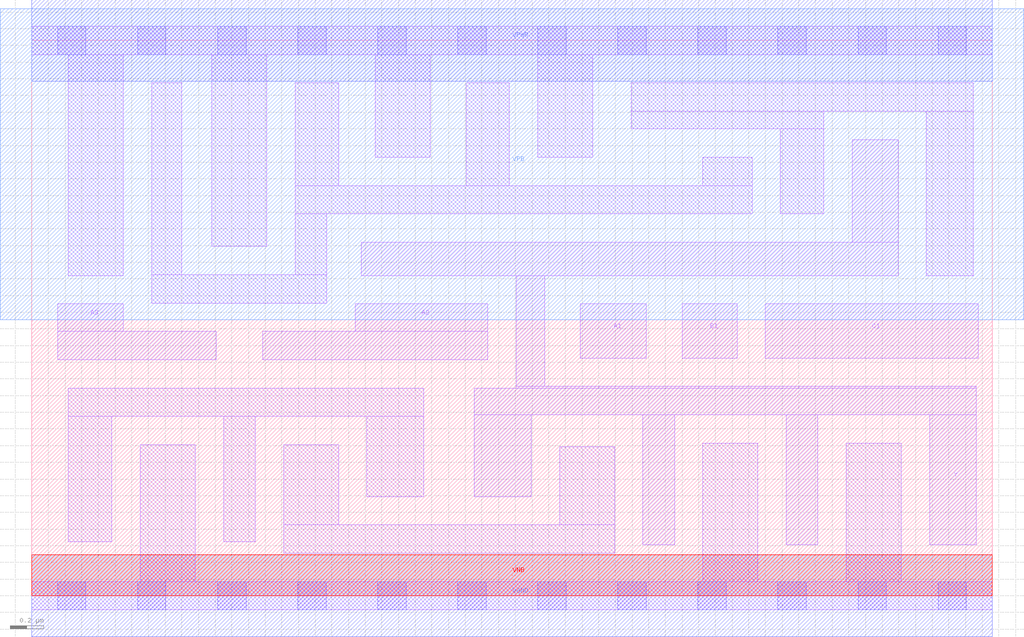
<source format=lef>
# Copyright 2020 The SkyWater PDK Authors
#
# Licensed under the Apache License, Version 2.0 (the "License");
# you may not use this file except in compliance with the License.
# You may obtain a copy of the License at
#
#     https://www.apache.org/licenses/LICENSE-2.0
#
# Unless required by applicable law or agreed to in writing, software
# distributed under the License is distributed on an "AS IS" BASIS,
# WITHOUT WARRANTIES OR CONDITIONS OF ANY KIND, either express or implied.
# See the License for the specific language governing permissions and
# limitations under the License.
#
# SPDX-License-Identifier: Apache-2.0

VERSION 5.7 ;
  NOWIREEXTENSIONATPIN ON ;
  DIVIDERCHAR "/" ;
  BUSBITCHARS "[]" ;
MACRO sky130_fd_sc_lp__a311oi_2
  CLASS CORE ;
  FOREIGN sky130_fd_sc_lp__a311oi_2 ;
  ORIGIN  0.000000  0.000000 ;
  SIZE  5.760000 BY  3.330000 ;
  SYMMETRY X Y R90 ;
  SITE unit ;
  PIN A1
    ANTENNAGATEAREA  0.630000 ;
    DIRECTION INPUT ;
    USE SIGNAL ;
    PORT
      LAYER li1 ;
        RECT 3.290000 1.425000 3.685000 1.750000 ;
    END
  END A1
  PIN A2
    ANTENNAGATEAREA  0.630000 ;
    DIRECTION INPUT ;
    USE SIGNAL ;
    PORT
      LAYER li1 ;
        RECT 1.385000 1.415000 2.735000 1.585000 ;
        RECT 1.940000 1.585000 2.735000 1.750000 ;
    END
  END A2
  PIN A3
    ANTENNAGATEAREA  0.630000 ;
    DIRECTION INPUT ;
    USE SIGNAL ;
    PORT
      LAYER li1 ;
        RECT 0.155000 1.415000 1.105000 1.585000 ;
        RECT 0.155000 1.585000 0.550000 1.750000 ;
    END
  END A3
  PIN B1
    ANTENNAGATEAREA  0.630000 ;
    DIRECTION INPUT ;
    USE SIGNAL ;
    PORT
      LAYER li1 ;
        RECT 3.900000 1.425000 4.230000 1.750000 ;
    END
  END B1
  PIN C1
    ANTENNAGATEAREA  0.630000 ;
    DIRECTION INPUT ;
    USE SIGNAL ;
    PORT
      LAYER li1 ;
        RECT 4.400000 1.425000 5.675000 1.750000 ;
    END
  END C1
  PIN Y
    ANTENNADIFFAREA  1.352400 ;
    DIRECTION OUTPUT ;
    USE SIGNAL ;
    PORT
      LAYER li1 ;
        RECT 1.975000 1.920000 5.195000 2.120000 ;
        RECT 2.655000 0.595000 2.995000 1.085000 ;
        RECT 2.655000 1.085000 5.665000 1.245000 ;
        RECT 2.905000 1.245000 5.665000 1.255000 ;
        RECT 2.905000 1.255000 3.075000 1.920000 ;
        RECT 3.665000 0.305000 3.855000 1.085000 ;
        RECT 4.525000 0.305000 4.715000 1.085000 ;
        RECT 4.920000 2.120000 5.195000 2.735000 ;
        RECT 5.385000 0.305000 5.665000 1.085000 ;
    END
  END Y
  PIN VGND
    DIRECTION INOUT ;
    USE GROUND ;
    PORT
      LAYER met1 ;
        RECT 0.000000 -0.245000 5.760000 0.245000 ;
    END
  END VGND
  PIN VNB
    DIRECTION INOUT ;
    USE GROUND ;
    PORT
      LAYER pwell ;
        RECT 0.000000 0.000000 5.760000 0.245000 ;
    END
  END VNB
  PIN VPB
    DIRECTION INOUT ;
    USE POWER ;
    PORT
      LAYER nwell ;
        RECT -0.190000 1.655000 5.950000 3.520000 ;
    END
  END VPB
  PIN VPWR
    DIRECTION INOUT ;
    USE POWER ;
    PORT
      LAYER met1 ;
        RECT 0.000000 3.085000 5.760000 3.575000 ;
    END
  END VPWR
  OBS
    LAYER li1 ;
      RECT 0.000000 -0.085000 5.760000 0.085000 ;
      RECT 0.000000  3.245000 5.760000 3.415000 ;
      RECT 0.220000  0.325000 0.480000 1.075000 ;
      RECT 0.220000  1.075000 2.350000 1.245000 ;
      RECT 0.220000  1.920000 0.550000 3.245000 ;
      RECT 0.650000  0.085000 0.980000 0.905000 ;
      RECT 0.720000  1.755000 1.770000 1.925000 ;
      RECT 0.720000  1.925000 0.900000 3.075000 ;
      RECT 1.080000  2.095000 1.410000 3.245000 ;
      RECT 1.150000  0.325000 1.340000 1.075000 ;
      RECT 1.510000  0.255000 3.495000 0.425000 ;
      RECT 1.510000  0.425000 1.840000 0.905000 ;
      RECT 1.580000  1.925000 1.770000 2.290000 ;
      RECT 1.580000  2.290000 4.320000 2.460000 ;
      RECT 1.580000  2.460000 1.840000 3.075000 ;
      RECT 2.010000  0.595000 2.350000 1.075000 ;
      RECT 2.060000  2.630000 2.390000 3.245000 ;
      RECT 2.605000  2.460000 2.865000 3.075000 ;
      RECT 3.035000  2.630000 3.365000 3.245000 ;
      RECT 3.165000  0.425000 3.495000 0.895000 ;
      RECT 3.595000  2.800000 4.750000 2.905000 ;
      RECT 3.595000  2.905000 5.645000 3.075000 ;
      RECT 4.025000  0.085000 4.355000 0.915000 ;
      RECT 4.025000  2.460000 4.320000 2.630000 ;
      RECT 4.490000  2.290000 4.750000 2.800000 ;
      RECT 4.885000  0.085000 5.215000 0.915000 ;
      RECT 5.365000  1.920000 5.645000 2.905000 ;
    LAYER mcon ;
      RECT 0.155000 -0.085000 0.325000 0.085000 ;
      RECT 0.155000  3.245000 0.325000 3.415000 ;
      RECT 0.635000 -0.085000 0.805000 0.085000 ;
      RECT 0.635000  3.245000 0.805000 3.415000 ;
      RECT 1.115000 -0.085000 1.285000 0.085000 ;
      RECT 1.115000  3.245000 1.285000 3.415000 ;
      RECT 1.595000 -0.085000 1.765000 0.085000 ;
      RECT 1.595000  3.245000 1.765000 3.415000 ;
      RECT 2.075000 -0.085000 2.245000 0.085000 ;
      RECT 2.075000  3.245000 2.245000 3.415000 ;
      RECT 2.555000 -0.085000 2.725000 0.085000 ;
      RECT 2.555000  3.245000 2.725000 3.415000 ;
      RECT 3.035000 -0.085000 3.205000 0.085000 ;
      RECT 3.035000  3.245000 3.205000 3.415000 ;
      RECT 3.515000 -0.085000 3.685000 0.085000 ;
      RECT 3.515000  3.245000 3.685000 3.415000 ;
      RECT 3.995000 -0.085000 4.165000 0.085000 ;
      RECT 3.995000  3.245000 4.165000 3.415000 ;
      RECT 4.475000 -0.085000 4.645000 0.085000 ;
      RECT 4.475000  3.245000 4.645000 3.415000 ;
      RECT 4.955000 -0.085000 5.125000 0.085000 ;
      RECT 4.955000  3.245000 5.125000 3.415000 ;
      RECT 5.435000 -0.085000 5.605000 0.085000 ;
      RECT 5.435000  3.245000 5.605000 3.415000 ;
  END
END sky130_fd_sc_lp__a311oi_2
END LIBRARY

</source>
